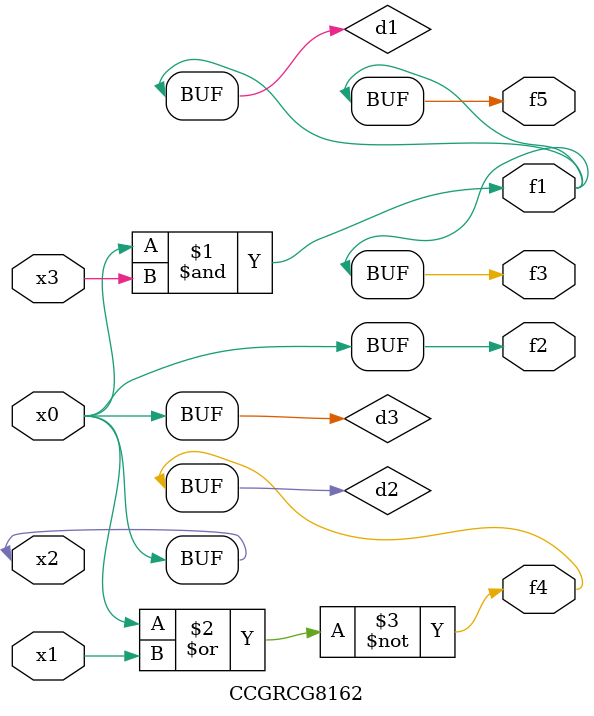
<source format=v>
module CCGRCG8162(
	input x0, x1, x2, x3,
	output f1, f2, f3, f4, f5
);

	wire d1, d2, d3;

	and (d1, x2, x3);
	nor (d2, x0, x1);
	buf (d3, x0, x2);
	assign f1 = d1;
	assign f2 = d3;
	assign f3 = d1;
	assign f4 = d2;
	assign f5 = d1;
endmodule

</source>
